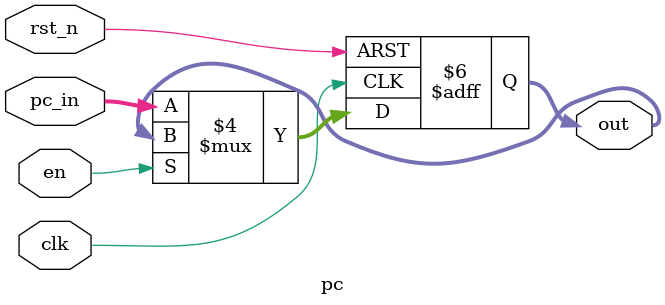
<source format=v>
module pc(
    input wire clk,
    input wire rst_n,  // Active-low reset
    input wire en, //stallf signal to hold pc value
    input [31:0] pc_in,
    output reg [31:0] out
);

    always @(posedge clk or negedge rst_n) begin
        if (!rst_n) begin
            out <= 32'b0;
        end else if (en) begin
            // When stalled (en=1), hold current value
            out <= out;
        end else begin
            // When not stalled (en=0), update PC
            out <= pc_in;
        end
    end

endmodule
</source>
